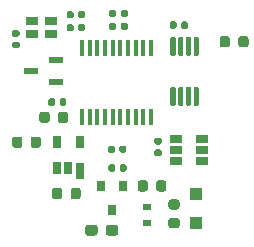
<source format=gbr>
%TF.GenerationSoftware,KiCad,Pcbnew,(5.1.6)-1*%
%TF.CreationDate,2021-08-06T10:58:56-04:00*%
%TF.ProjectId,RemoteTemp - MSP430 - RS422,52656d6f-7465-4546-956d-70202d204d53,rev?*%
%TF.SameCoordinates,Original*%
%TF.FileFunction,Paste,Top*%
%TF.FilePolarity,Positive*%
%FSLAX46Y46*%
G04 Gerber Fmt 4.6, Leading zero omitted, Abs format (unit mm)*
G04 Created by KiCad (PCBNEW (5.1.6)-1) date 2021-08-06 10:58:56*
%MOMM*%
%LPD*%
G01*
G04 APERTURE LIST*
%ADD10R,0.700000X0.600000*%
%ADD11R,0.650000X1.060000*%
%ADD12R,0.650000X1.400000*%
%ADD13R,1.000000X0.800000*%
%ADD14R,0.450000X1.450000*%
%ADD15R,0.800000X0.900000*%
%ADD16R,1.060000X0.650000*%
%ADD17R,1.300000X0.600000*%
%ADD18R,1.000000X1.000000*%
G04 APERTURE END LIST*
%TO.C,C1*%
G36*
G01*
X143375000Y-87472500D02*
X143375000Y-87127500D01*
G75*
G02*
X143522500Y-86980000I147500J0D01*
G01*
X143817500Y-86980000D01*
G75*
G02*
X143965000Y-87127500I0J-147500D01*
G01*
X143965000Y-87472500D01*
G75*
G02*
X143817500Y-87620000I-147500J0D01*
G01*
X143522500Y-87620000D01*
G75*
G02*
X143375000Y-87472500I0J147500D01*
G01*
G37*
G36*
G01*
X142405000Y-87472500D02*
X142405000Y-87127500D01*
G75*
G02*
X142552500Y-86980000I147500J0D01*
G01*
X142847500Y-86980000D01*
G75*
G02*
X142995000Y-87127500I0J-147500D01*
G01*
X142995000Y-87472500D01*
G75*
G02*
X142847500Y-87620000I-147500J0D01*
G01*
X142552500Y-87620000D01*
G75*
G02*
X142405000Y-87472500I0J147500D01*
G01*
G37*
%TD*%
%TO.C,C2*%
G36*
G01*
X147535000Y-88472500D02*
X147535000Y-88127500D01*
G75*
G02*
X147682500Y-87980000I147500J0D01*
G01*
X147977500Y-87980000D01*
G75*
G02*
X148125000Y-88127500I0J-147500D01*
G01*
X148125000Y-88472500D01*
G75*
G02*
X147977500Y-88620000I-147500J0D01*
G01*
X147682500Y-88620000D01*
G75*
G02*
X147535000Y-88472500I0J147500D01*
G01*
G37*
G36*
G01*
X148505000Y-88472500D02*
X148505000Y-88127500D01*
G75*
G02*
X148652500Y-87980000I147500J0D01*
G01*
X148947500Y-87980000D01*
G75*
G02*
X149095000Y-88127500I0J-147500D01*
G01*
X149095000Y-88472500D01*
G75*
G02*
X148947500Y-88620000I-147500J0D01*
G01*
X148652500Y-88620000D01*
G75*
G02*
X148505000Y-88472500I0J147500D01*
G01*
G37*
%TD*%
%TO.C,C4*%
G36*
G01*
X138795000Y-94627500D02*
X138795000Y-94972500D01*
G75*
G02*
X138647500Y-95120000I-147500J0D01*
G01*
X138352500Y-95120000D01*
G75*
G02*
X138205000Y-94972500I0J147500D01*
G01*
X138205000Y-94627500D01*
G75*
G02*
X138352500Y-94480000I147500J0D01*
G01*
X138647500Y-94480000D01*
G75*
G02*
X138795000Y-94627500I0J-147500D01*
G01*
G37*
G36*
G01*
X137825000Y-94627500D02*
X137825000Y-94972500D01*
G75*
G02*
X137677500Y-95120000I-147500J0D01*
G01*
X137382500Y-95120000D01*
G75*
G02*
X137235000Y-94972500I0J147500D01*
G01*
X137235000Y-94627500D01*
G75*
G02*
X137382500Y-94480000I147500J0D01*
G01*
X137677500Y-94480000D01*
G75*
G02*
X137825000Y-94627500I0J-147500D01*
G01*
G37*
%TD*%
%TO.C,C5*%
G36*
G01*
X139137500Y-102806250D02*
X139137500Y-102293750D01*
G75*
G02*
X139356250Y-102075000I218750J0D01*
G01*
X139793750Y-102075000D01*
G75*
G02*
X140012500Y-102293750I0J-218750D01*
G01*
X140012500Y-102806250D01*
G75*
G02*
X139793750Y-103025000I-218750J0D01*
G01*
X139356250Y-103025000D01*
G75*
G02*
X139137500Y-102806250I0J218750D01*
G01*
G37*
G36*
G01*
X137562500Y-102806250D02*
X137562500Y-102293750D01*
G75*
G02*
X137781250Y-102075000I218750J0D01*
G01*
X138218750Y-102075000D01*
G75*
G02*
X138437500Y-102293750I0J-218750D01*
G01*
X138437500Y-102806250D01*
G75*
G02*
X138218750Y-103025000I-218750J0D01*
G01*
X137781250Y-103025000D01*
G75*
G02*
X137562500Y-102806250I0J218750D01*
G01*
G37*
%TD*%
%TO.C,C6*%
G36*
G01*
X135062500Y-97943750D02*
X135062500Y-98456250D01*
G75*
G02*
X134843750Y-98675000I-218750J0D01*
G01*
X134406250Y-98675000D01*
G75*
G02*
X134187500Y-98456250I0J218750D01*
G01*
X134187500Y-97943750D01*
G75*
G02*
X134406250Y-97725000I218750J0D01*
G01*
X134843750Y-97725000D01*
G75*
G02*
X135062500Y-97943750I0J-218750D01*
G01*
G37*
G36*
G01*
X136637500Y-97943750D02*
X136637500Y-98456250D01*
G75*
G02*
X136418750Y-98675000I-218750J0D01*
G01*
X135981250Y-98675000D01*
G75*
G02*
X135762500Y-98456250I0J218750D01*
G01*
X135762500Y-97943750D01*
G75*
G02*
X135981250Y-97725000I218750J0D01*
G01*
X136418750Y-97725000D01*
G75*
G02*
X136637500Y-97943750I0J-218750D01*
G01*
G37*
%TD*%
%TO.C,C8*%
G36*
G01*
X151762500Y-89956250D02*
X151762500Y-89443750D01*
G75*
G02*
X151981250Y-89225000I218750J0D01*
G01*
X152418750Y-89225000D01*
G75*
G02*
X152637500Y-89443750I0J-218750D01*
G01*
X152637500Y-89956250D01*
G75*
G02*
X152418750Y-90175000I-218750J0D01*
G01*
X151981250Y-90175000D01*
G75*
G02*
X151762500Y-89956250I0J218750D01*
G01*
G37*
G36*
G01*
X153337500Y-89956250D02*
X153337500Y-89443750D01*
G75*
G02*
X153556250Y-89225000I218750J0D01*
G01*
X153993750Y-89225000D01*
G75*
G02*
X154212500Y-89443750I0J-218750D01*
G01*
X154212500Y-89956250D01*
G75*
G02*
X153993750Y-90175000I-218750J0D01*
G01*
X153556250Y-90175000D01*
G75*
G02*
X153337500Y-89956250I0J218750D01*
G01*
G37*
%TD*%
D10*
%TO.C,D1*%
X145650000Y-105050000D03*
X145650000Y-103650000D03*
%TD*%
%TO.C,R1*%
G36*
G01*
X143965000Y-88227500D02*
X143965000Y-88572500D01*
G75*
G02*
X143817500Y-88720000I-147500J0D01*
G01*
X143522500Y-88720000D01*
G75*
G02*
X143375000Y-88572500I0J147500D01*
G01*
X143375000Y-88227500D01*
G75*
G02*
X143522500Y-88080000I147500J0D01*
G01*
X143817500Y-88080000D01*
G75*
G02*
X143965000Y-88227500I0J-147500D01*
G01*
G37*
G36*
G01*
X142995000Y-88227500D02*
X142995000Y-88572500D01*
G75*
G02*
X142847500Y-88720000I-147500J0D01*
G01*
X142552500Y-88720000D01*
G75*
G02*
X142405000Y-88572500I0J147500D01*
G01*
X142405000Y-88227500D01*
G75*
G02*
X142552500Y-88080000I147500J0D01*
G01*
X142847500Y-88080000D01*
G75*
G02*
X142995000Y-88227500I0J-147500D01*
G01*
G37*
%TD*%
%TO.C,U1*%
G36*
G01*
X147937500Y-95125000D02*
X147712500Y-95125000D01*
G75*
G02*
X147600000Y-95012500I0J112500D01*
G01*
X147600000Y-93612500D01*
G75*
G02*
X147712500Y-93500000I112500J0D01*
G01*
X147937500Y-93500000D01*
G75*
G02*
X148050000Y-93612500I0J-112500D01*
G01*
X148050000Y-95012500D01*
G75*
G02*
X147937500Y-95125000I-112500J0D01*
G01*
G37*
G36*
G01*
X148587500Y-95125000D02*
X148362500Y-95125000D01*
G75*
G02*
X148250000Y-95012500I0J112500D01*
G01*
X148250000Y-93612500D01*
G75*
G02*
X148362500Y-93500000I112500J0D01*
G01*
X148587500Y-93500000D01*
G75*
G02*
X148700000Y-93612500I0J-112500D01*
G01*
X148700000Y-95012500D01*
G75*
G02*
X148587500Y-95125000I-112500J0D01*
G01*
G37*
G36*
G01*
X149237500Y-95125000D02*
X149012500Y-95125000D01*
G75*
G02*
X148900000Y-95012500I0J112500D01*
G01*
X148900000Y-93612500D01*
G75*
G02*
X149012500Y-93500000I112500J0D01*
G01*
X149237500Y-93500000D01*
G75*
G02*
X149350000Y-93612500I0J-112500D01*
G01*
X149350000Y-95012500D01*
G75*
G02*
X149237500Y-95125000I-112500J0D01*
G01*
G37*
G36*
G01*
X149887500Y-95125000D02*
X149662500Y-95125000D01*
G75*
G02*
X149550000Y-95012500I0J112500D01*
G01*
X149550000Y-93612500D01*
G75*
G02*
X149662500Y-93500000I112500J0D01*
G01*
X149887500Y-93500000D01*
G75*
G02*
X150000000Y-93612500I0J-112500D01*
G01*
X150000000Y-95012500D01*
G75*
G02*
X149887500Y-95125000I-112500J0D01*
G01*
G37*
G36*
G01*
X149887500Y-90900000D02*
X149662500Y-90900000D01*
G75*
G02*
X149550000Y-90787500I0J112500D01*
G01*
X149550000Y-89387500D01*
G75*
G02*
X149662500Y-89275000I112500J0D01*
G01*
X149887500Y-89275000D01*
G75*
G02*
X150000000Y-89387500I0J-112500D01*
G01*
X150000000Y-90787500D01*
G75*
G02*
X149887500Y-90900000I-112500J0D01*
G01*
G37*
G36*
G01*
X149237500Y-90900000D02*
X149012500Y-90900000D01*
G75*
G02*
X148900000Y-90787500I0J112500D01*
G01*
X148900000Y-89387500D01*
G75*
G02*
X149012500Y-89275000I112500J0D01*
G01*
X149237500Y-89275000D01*
G75*
G02*
X149350000Y-89387500I0J-112500D01*
G01*
X149350000Y-90787500D01*
G75*
G02*
X149237500Y-90900000I-112500J0D01*
G01*
G37*
G36*
G01*
X148587500Y-90900000D02*
X148362500Y-90900000D01*
G75*
G02*
X148250000Y-90787500I0J112500D01*
G01*
X148250000Y-89387500D01*
G75*
G02*
X148362500Y-89275000I112500J0D01*
G01*
X148587500Y-89275000D01*
G75*
G02*
X148700000Y-89387500I0J-112500D01*
G01*
X148700000Y-90787500D01*
G75*
G02*
X148587500Y-90900000I-112500J0D01*
G01*
G37*
G36*
G01*
X147937500Y-90900000D02*
X147712500Y-90900000D01*
G75*
G02*
X147600000Y-90787500I0J112500D01*
G01*
X147600000Y-89387500D01*
G75*
G02*
X147712500Y-89275000I112500J0D01*
G01*
X147937500Y-89275000D01*
G75*
G02*
X148050000Y-89387500I0J-112500D01*
G01*
X148050000Y-90787500D01*
G75*
G02*
X147937500Y-90900000I-112500J0D01*
G01*
G37*
%TD*%
D11*
%TO.C,U3*%
X138000000Y-98200000D03*
X139900000Y-98200000D03*
D12*
X139900000Y-100600000D03*
D11*
X138950000Y-100400000D03*
X138000000Y-100400000D03*
%TD*%
%TO.C,C11*%
G36*
G01*
X148156250Y-105487500D02*
X147643750Y-105487500D01*
G75*
G02*
X147425000Y-105268750I0J218750D01*
G01*
X147425000Y-104831250D01*
G75*
G02*
X147643750Y-104612500I218750J0D01*
G01*
X148156250Y-104612500D01*
G75*
G02*
X148375000Y-104831250I0J-218750D01*
G01*
X148375000Y-105268750D01*
G75*
G02*
X148156250Y-105487500I-218750J0D01*
G01*
G37*
G36*
G01*
X148156250Y-103912500D02*
X147643750Y-103912500D01*
G75*
G02*
X147425000Y-103693750I0J218750D01*
G01*
X147425000Y-103256250D01*
G75*
G02*
X147643750Y-103037500I218750J0D01*
G01*
X148156250Y-103037500D01*
G75*
G02*
X148375000Y-103256250I0J-218750D01*
G01*
X148375000Y-103693750D01*
G75*
G02*
X148156250Y-103912500I-218750J0D01*
G01*
G37*
%TD*%
%TO.C,C12*%
G36*
G01*
X138937500Y-95843750D02*
X138937500Y-96356250D01*
G75*
G02*
X138718750Y-96575000I-218750J0D01*
G01*
X138281250Y-96575000D01*
G75*
G02*
X138062500Y-96356250I0J218750D01*
G01*
X138062500Y-95843750D01*
G75*
G02*
X138281250Y-95625000I218750J0D01*
G01*
X138718750Y-95625000D01*
G75*
G02*
X138937500Y-95843750I0J-218750D01*
G01*
G37*
G36*
G01*
X137362500Y-95843750D02*
X137362500Y-96356250D01*
G75*
G02*
X137143750Y-96575000I-218750J0D01*
G01*
X136706250Y-96575000D01*
G75*
G02*
X136487500Y-96356250I0J218750D01*
G01*
X136487500Y-95843750D01*
G75*
G02*
X136706250Y-95625000I218750J0D01*
G01*
X137143750Y-95625000D01*
G75*
G02*
X137362500Y-95843750I0J-218750D01*
G01*
G37*
%TD*%
D13*
%TO.C,D3*%
X135850000Y-89000000D03*
X135850000Y-87950000D03*
X137500000Y-87950000D03*
X137500000Y-89000000D03*
%TD*%
%TO.C,R4*%
G36*
G01*
X140365000Y-88327500D02*
X140365000Y-88672500D01*
G75*
G02*
X140217500Y-88820000I-147500J0D01*
G01*
X139922500Y-88820000D01*
G75*
G02*
X139775000Y-88672500I0J147500D01*
G01*
X139775000Y-88327500D01*
G75*
G02*
X139922500Y-88180000I147500J0D01*
G01*
X140217500Y-88180000D01*
G75*
G02*
X140365000Y-88327500I0J-147500D01*
G01*
G37*
G36*
G01*
X139395000Y-88327500D02*
X139395000Y-88672500D01*
G75*
G02*
X139247500Y-88820000I-147500J0D01*
G01*
X138952500Y-88820000D01*
G75*
G02*
X138805000Y-88672500I0J147500D01*
G01*
X138805000Y-88327500D01*
G75*
G02*
X138952500Y-88180000I147500J0D01*
G01*
X139247500Y-88180000D01*
G75*
G02*
X139395000Y-88327500I0J-147500D01*
G01*
G37*
%TD*%
%TO.C,R5*%
G36*
G01*
X134672500Y-90265000D02*
X134327500Y-90265000D01*
G75*
G02*
X134180000Y-90117500I0J147500D01*
G01*
X134180000Y-89822500D01*
G75*
G02*
X134327500Y-89675000I147500J0D01*
G01*
X134672500Y-89675000D01*
G75*
G02*
X134820000Y-89822500I0J-147500D01*
G01*
X134820000Y-90117500D01*
G75*
G02*
X134672500Y-90265000I-147500J0D01*
G01*
G37*
G36*
G01*
X134672500Y-89295000D02*
X134327500Y-89295000D01*
G75*
G02*
X134180000Y-89147500I0J147500D01*
G01*
X134180000Y-88852500D01*
G75*
G02*
X134327500Y-88705000I147500J0D01*
G01*
X134672500Y-88705000D01*
G75*
G02*
X134820000Y-88852500I0J-147500D01*
G01*
X134820000Y-89147500D01*
G75*
G02*
X134672500Y-89295000I-147500J0D01*
G01*
G37*
%TD*%
%TO.C,R6*%
G36*
G01*
X139395000Y-87227500D02*
X139395000Y-87572500D01*
G75*
G02*
X139247500Y-87720000I-147500J0D01*
G01*
X138952500Y-87720000D01*
G75*
G02*
X138805000Y-87572500I0J147500D01*
G01*
X138805000Y-87227500D01*
G75*
G02*
X138952500Y-87080000I147500J0D01*
G01*
X139247500Y-87080000D01*
G75*
G02*
X139395000Y-87227500I0J-147500D01*
G01*
G37*
G36*
G01*
X140365000Y-87227500D02*
X140365000Y-87572500D01*
G75*
G02*
X140217500Y-87720000I-147500J0D01*
G01*
X139922500Y-87720000D01*
G75*
G02*
X139775000Y-87572500I0J147500D01*
G01*
X139775000Y-87227500D01*
G75*
G02*
X139922500Y-87080000I147500J0D01*
G01*
X140217500Y-87080000D01*
G75*
G02*
X140365000Y-87227500I0J-147500D01*
G01*
G37*
%TD*%
D14*
%TO.C,U2*%
X140100000Y-96100000D03*
X140750000Y-96100000D03*
X141400000Y-96100000D03*
X142050000Y-96100000D03*
X142700000Y-96100000D03*
X143350000Y-96100000D03*
X144000000Y-96100000D03*
X144650000Y-96100000D03*
X145300000Y-96100000D03*
X145950000Y-96100000D03*
X145950000Y-90200000D03*
X145300000Y-90200000D03*
X144650000Y-90200000D03*
X144000000Y-90200000D03*
X143350000Y-90200000D03*
X142700000Y-90200000D03*
X142050000Y-90200000D03*
X141400000Y-90200000D03*
X140750000Y-90200000D03*
X140100000Y-90200000D03*
%TD*%
%TO.C,C14*%
G36*
G01*
X144812500Y-102156250D02*
X144812500Y-101643750D01*
G75*
G02*
X145031250Y-101425000I218750J0D01*
G01*
X145468750Y-101425000D01*
G75*
G02*
X145687500Y-101643750I0J-218750D01*
G01*
X145687500Y-102156250D01*
G75*
G02*
X145468750Y-102375000I-218750J0D01*
G01*
X145031250Y-102375000D01*
G75*
G02*
X144812500Y-102156250I0J218750D01*
G01*
G37*
G36*
G01*
X146387500Y-102156250D02*
X146387500Y-101643750D01*
G75*
G02*
X146606250Y-101425000I218750J0D01*
G01*
X147043750Y-101425000D01*
G75*
G02*
X147262500Y-101643750I0J-218750D01*
G01*
X147262500Y-102156250D01*
G75*
G02*
X147043750Y-102375000I-218750J0D01*
G01*
X146606250Y-102375000D01*
G75*
G02*
X146387500Y-102156250I0J218750D01*
G01*
G37*
%TD*%
D15*
%TO.C,Q1*%
X143600000Y-101900000D03*
X141700000Y-101900000D03*
X142650000Y-103900000D03*
%TD*%
%TO.C,R11*%
G36*
G01*
X142335000Y-100572500D02*
X142335000Y-100227500D01*
G75*
G02*
X142482500Y-100080000I147500J0D01*
G01*
X142777500Y-100080000D01*
G75*
G02*
X142925000Y-100227500I0J-147500D01*
G01*
X142925000Y-100572500D01*
G75*
G02*
X142777500Y-100720000I-147500J0D01*
G01*
X142482500Y-100720000D01*
G75*
G02*
X142335000Y-100572500I0J147500D01*
G01*
G37*
G36*
G01*
X143305000Y-100572500D02*
X143305000Y-100227500D01*
G75*
G02*
X143452500Y-100080000I147500J0D01*
G01*
X143747500Y-100080000D01*
G75*
G02*
X143895000Y-100227500I0J-147500D01*
G01*
X143895000Y-100572500D01*
G75*
G02*
X143747500Y-100720000I-147500J0D01*
G01*
X143452500Y-100720000D01*
G75*
G02*
X143305000Y-100572500I0J147500D01*
G01*
G37*
%TD*%
%TO.C,C3*%
G36*
G01*
X146377500Y-97820000D02*
X146722500Y-97820000D01*
G75*
G02*
X146870000Y-97967500I0J-147500D01*
G01*
X146870000Y-98262500D01*
G75*
G02*
X146722500Y-98410000I-147500J0D01*
G01*
X146377500Y-98410000D01*
G75*
G02*
X146230000Y-98262500I0J147500D01*
G01*
X146230000Y-97967500D01*
G75*
G02*
X146377500Y-97820000I147500J0D01*
G01*
G37*
G36*
G01*
X146377500Y-98790000D02*
X146722500Y-98790000D01*
G75*
G02*
X146870000Y-98937500I0J-147500D01*
G01*
X146870000Y-99232500D01*
G75*
G02*
X146722500Y-99380000I-147500J0D01*
G01*
X146377500Y-99380000D01*
G75*
G02*
X146230000Y-99232500I0J147500D01*
G01*
X146230000Y-98937500D01*
G75*
G02*
X146377500Y-98790000I147500J0D01*
G01*
G37*
%TD*%
%TO.C,R2*%
G36*
G01*
X142305000Y-98972500D02*
X142305000Y-98627500D01*
G75*
G02*
X142452500Y-98480000I147500J0D01*
G01*
X142747500Y-98480000D01*
G75*
G02*
X142895000Y-98627500I0J-147500D01*
G01*
X142895000Y-98972500D01*
G75*
G02*
X142747500Y-99120000I-147500J0D01*
G01*
X142452500Y-99120000D01*
G75*
G02*
X142305000Y-98972500I0J147500D01*
G01*
G37*
G36*
G01*
X143275000Y-98972500D02*
X143275000Y-98627500D01*
G75*
G02*
X143422500Y-98480000I147500J0D01*
G01*
X143717500Y-98480000D01*
G75*
G02*
X143865000Y-98627500I0J-147500D01*
G01*
X143865000Y-98972500D01*
G75*
G02*
X143717500Y-99120000I-147500J0D01*
G01*
X143422500Y-99120000D01*
G75*
G02*
X143275000Y-98972500I0J147500D01*
G01*
G37*
%TD*%
%TO.C,R3*%
G36*
G01*
X140375000Y-105887500D02*
X140375000Y-105412500D01*
G75*
G02*
X140612500Y-105175000I237500J0D01*
G01*
X141187500Y-105175000D01*
G75*
G02*
X141425000Y-105412500I0J-237500D01*
G01*
X141425000Y-105887500D01*
G75*
G02*
X141187500Y-106125000I-237500J0D01*
G01*
X140612500Y-106125000D01*
G75*
G02*
X140375000Y-105887500I0J237500D01*
G01*
G37*
G36*
G01*
X142125000Y-105887500D02*
X142125000Y-105412500D01*
G75*
G02*
X142362500Y-105175000I237500J0D01*
G01*
X142937500Y-105175000D01*
G75*
G02*
X143175000Y-105412500I0J-237500D01*
G01*
X143175000Y-105887500D01*
G75*
G02*
X142937500Y-106125000I-237500J0D01*
G01*
X142362500Y-106125000D01*
G75*
G02*
X142125000Y-105887500I0J237500D01*
G01*
G37*
%TD*%
D16*
%TO.C,U4*%
X148100000Y-97900000D03*
X148100000Y-98850000D03*
X148100000Y-99800000D03*
X150300000Y-99800000D03*
X150300000Y-97900000D03*
X150300000Y-98850000D03*
%TD*%
D17*
%TO.C,U5*%
X135800000Y-92150000D03*
X137900000Y-91200000D03*
X137900000Y-93100000D03*
%TD*%
D18*
%TO.C,D2*%
X149800000Y-105050000D03*
X149800000Y-102550000D03*
%TD*%
M02*

</source>
